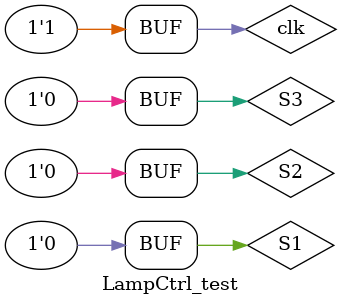
<source format=v>
`timescale 1ns / 1ps


module LampCtrl_test;

	// Inputs
	reg clk;
	reg S1;
	reg S2;
	reg S3;

	// Outputs
	wire F;

	// Instantiate the Unit Under Test (UUT)
	LampCtrl uut (
		.clk(clk), 
		.S1(S1), 
		.S2(S2), 
		.S3(S3), 
		.F(F)
	);

		initial begin
		// Initialize Inputs
		clk = 0;
		S1 = 0;
		S2 = 0;
		S3 = 0;

		// Wait 100 ns for global reset to finish
		#100;
        
		// Add stimulus here
		S1 = 1;	
		#20 S1 = 0;
		#6000 S2 = 1;   //#2^8=256*20=5120
		#20 S2 = 0;
		#6000 S3 = 1;
		#20 S3 = 0;
		#6000;
	end
	
 	always begin
		#10 clk = 0;
		#10 clk = 1;
	end
      
      
endmodule


</source>
